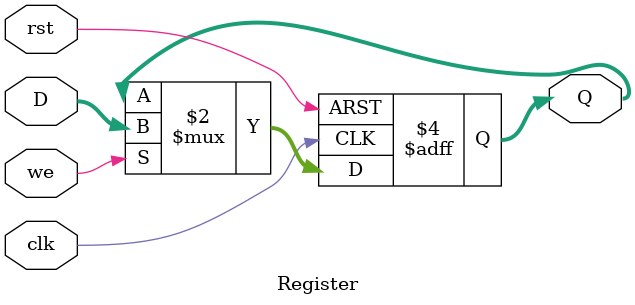
<source format=v>

module Register #(parameter width=8) (
    input      [width-1:0] D,
    input                  clk, rst, we,
    output reg [width-1:0] Q);
    
    always @(posedge clk, posedge rst) begin
        if (rst) Q <= 'b0;
        else if (we) Q <= D;
    end

endmodule

</source>
